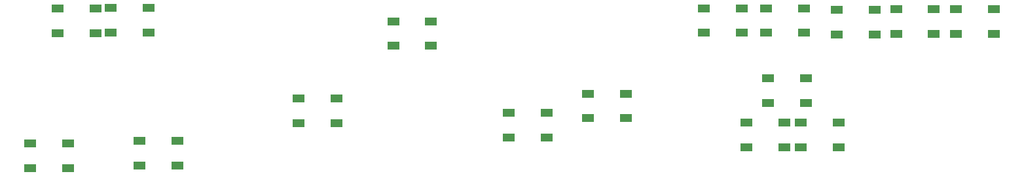
<source format=gbr>
%TF.GenerationSoftware,KiCad,Pcbnew,(5.1.6)-1*%
%TF.CreationDate,2020-11-25T12:03:05+11:00*%
%TF.ProjectId,HUD VID RCD Panel PCB V1,48554420-5649-4442-9052-43442050616e,rev?*%
%TF.SameCoordinates,Original*%
%TF.FileFunction,Paste,Top*%
%TF.FilePolarity,Positive*%
%FSLAX46Y46*%
G04 Gerber Fmt 4.6, Leading zero omitted, Abs format (unit mm)*
G04 Created by KiCad (PCBNEW (5.1.6)-1) date 2020-11-25 12:03:05*
%MOMM*%
%LPD*%
G01*
G04 APERTURE LIST*
%ADD10R,1.500000X1.000000*%
G04 APERTURE END LIST*
D10*
%TO.C,D16*%
X177890000Y-69672400D03*
X177890000Y-72872400D03*
X182790000Y-69672400D03*
X182790000Y-72872400D03*
%TD*%
%TO.C,D15*%
X170129000Y-69646800D03*
X170129000Y-72846800D03*
X175029000Y-69646800D03*
X175029000Y-72846800D03*
%TD*%
%TO.C,D14*%
X162447000Y-69723200D03*
X162447000Y-72923200D03*
X167347000Y-69723200D03*
X167347000Y-72923200D03*
%TD*%
%TO.C,D13*%
X153303000Y-69520000D03*
X153303000Y-72720000D03*
X158203000Y-69520000D03*
X158203000Y-72720000D03*
%TD*%
%TO.C,D12*%
X145276000Y-69520000D03*
X145276000Y-72720000D03*
X150176000Y-69520000D03*
X150176000Y-72720000D03*
%TD*%
%TO.C,D11*%
X157812000Y-84378800D03*
X157812000Y-87578800D03*
X162712000Y-84378800D03*
X162712000Y-87578800D03*
%TD*%
%TO.C,D10*%
X150763000Y-84404400D03*
X150763000Y-87604400D03*
X155663000Y-84404400D03*
X155663000Y-87604400D03*
%TD*%
%TO.C,D9*%
X153596000Y-78638800D03*
X153596000Y-81838800D03*
X158496000Y-78638800D03*
X158496000Y-81838800D03*
%TD*%
%TO.C,D8*%
X130302000Y-80619600D03*
X130302000Y-83819600D03*
X135202000Y-80619600D03*
X135202000Y-83819600D03*
%TD*%
%TO.C,D7*%
X120029000Y-83134400D03*
X120029000Y-86334400D03*
X124929000Y-83134400D03*
X124929000Y-86334400D03*
%TD*%
%TO.C,D6*%
X105105000Y-71221600D03*
X105105000Y-74421600D03*
X110005000Y-71221600D03*
X110005000Y-74421600D03*
%TD*%
%TO.C,D5*%
X92862400Y-81280000D03*
X92862400Y-84480000D03*
X97762400Y-81280000D03*
X97762400Y-84480000D03*
%TD*%
%TO.C,D4*%
X72316000Y-86766400D03*
X72316000Y-89966400D03*
X77216000Y-86766400D03*
X77216000Y-89966400D03*
%TD*%
%TO.C,D3*%
X68607600Y-69494400D03*
X68607600Y-72694400D03*
X73507600Y-69494400D03*
X73507600Y-72694400D03*
%TD*%
%TO.C,D2*%
X61698800Y-69545200D03*
X61698800Y-72745200D03*
X66598800Y-69545200D03*
X66598800Y-72745200D03*
%TD*%
%TO.C,D1*%
X58166000Y-87071200D03*
X58166000Y-90271200D03*
X63066000Y-87071200D03*
X63066000Y-90271200D03*
%TD*%
M02*

</source>
